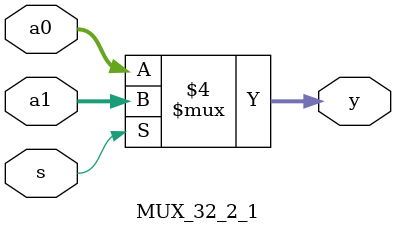
<source format=v>
module MUX_32_2_1(
	a0, a1, s, y
);
input [31:0] a0, a1;
input s;
output [31:0] y;
reg [31:0] y;
always @ (a0, a1, s)
if (s == 0)
begin
	y <= a0;
end
else
begin
	y <= a1;
end
endmodule
</source>
